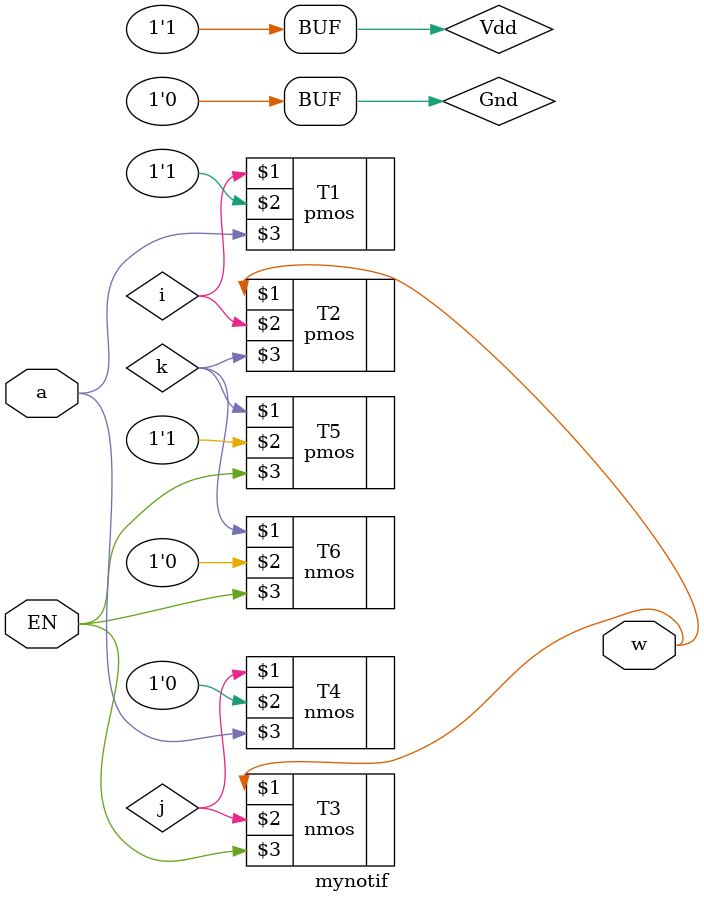
<source format=sv>
`timescale 1ns/1ns
module mynotif (input a,EN, output w);
	wire i,j,k;
	supply1 Vdd;
	supply0 Gnd;
	pmos #(4,7,9) T1(i,Vdd,a);
	pmos #(4,7,9) T2(w,i,k);
	nmos #(3,5,7) T3(w,j,EN);
	nmos #(3,5,7) T4(j,Gnd,a);
	pmos #(4,7,9) T5(k,Vdd,EN);
	nmos #(3,5,7) T6(k,Gnd,EN);

endmodule

</source>
